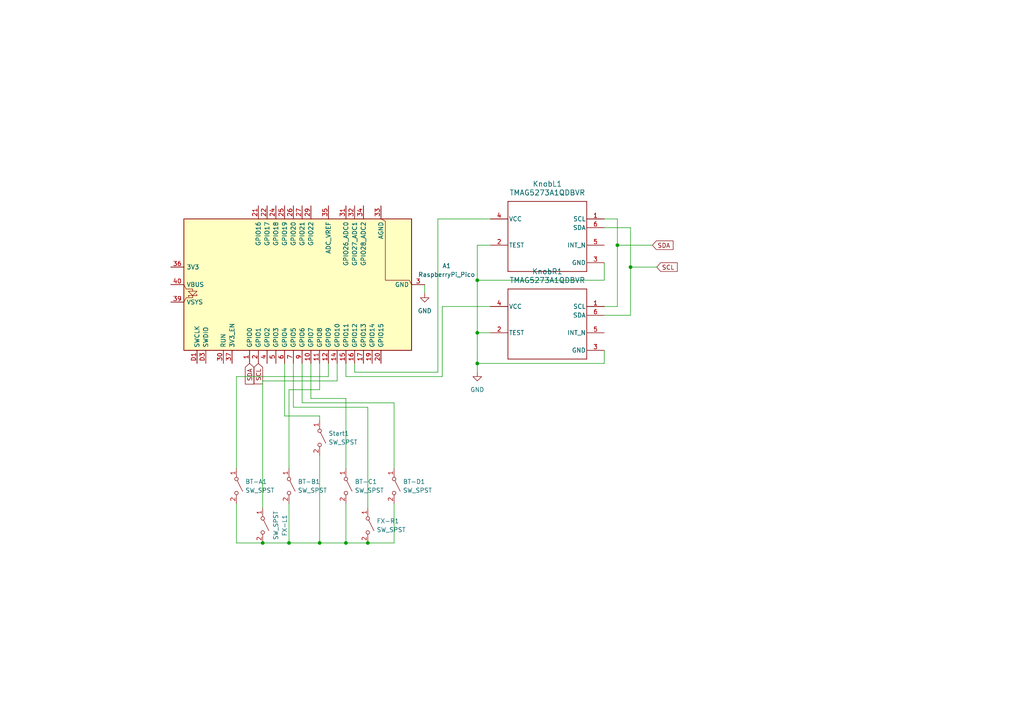
<source format=kicad_sch>
(kicad_sch (version 20250114) (generator "eeschema") (generator_version "9.0")
  (paper "A4")
  (lib_symbols
    (symbol "MCU_Module:RaspberryPi_Pico_Debug" (pin_names (offset 0.762))
      (property "Reference" "A" (at -19.05 35.56 0))
      (property "Value" "RaspberryPi_Pico" (at 7.62 35.56 0))
      (symbol "RaspberryPi_Pico_Debug_0_1"
        (rectangle (start -19.05 34.29) (end 19.05 -31.75) (stroke (width 0.254)) (fill (type background)))
        (polyline (pts (xy -5.08 34.29) (xy -3.81 33.655) (xy -3.81 31.75) (xy -3.175 31.75)))
        (polyline (pts (xy -3.429 32.766) (xy -3.429 33.02) (xy -3.175 33.02) (xy -3.175 30.48) (xy -2.921 30.48) (xy -2.921 30.734)))
        (polyline (pts (xy -3.175 31.75) (xy -1.905 33.02) (xy -1.905 30.48) (xy -3.175 31.75)))
        (polyline (pts (xy 0 34.29) (xy -1.27 33.655) (xy -1.27 31.75) (xy -1.905 31.75)))
        (polyline (pts (xy 0 -31.75) (xy 1.27 -31.115) (xy 1.27 -24.13) (xy 18.415 -24.13) (xy 19.05 -22.86)))
      )
      (symbol "RaspberryPi_Pico_Debug_1_1"
        (pin input line (at -22.86 30.48 0) (length 3.81) (name "SWCLK") (number "D1"))
        (pin bidirectional line (at -22.86 27.94 0) (length 3.81) (name "SWDIO") (number "D3"))
        (pin passive line (at -22.86 22.86 0) (length 3.81) (name "RUN") (number "30"))
        (pin passive line (at -22.86 20.32 0) (length 3.81) (name "3V3_EN") (number "37"))
        (pin bidirectional line (at -22.86 15.24 0) (length 3.81) (name "GPIO0") (number "1"))
        (pin bidirectional line (at -22.86 12.7 0) (length 3.81) (name "GPIO1") (number "2"))
        (pin bidirectional line (at -22.86 10.16 0) (length 3.81) (name "GPIO2") (number "4"))
        (pin bidirectional line (at -22.86 7.62 0) (length 3.81) (name "GPIO3") (number "5"))
        (pin bidirectional line (at -22.86 5.08 0) (length 3.81) (name "GPIO4") (number "6"))
        (pin bidirectional line (at -22.86 2.54 0) (length 3.81) (name "GPIO5") (number "7"))
        (pin bidirectional line (at -22.86 0 0) (length 3.81) (name "GPIO6") (number "9"))
        (pin bidirectional line (at -22.86 -2.54 0) (length 3.81) (name "GPIO7") (number "10"))
        (pin bidirectional line (at -22.86 -5.08 0) (length 3.81) (name "GPIO8") (number "11"))
        (pin bidirectional line (at -22.86 -7.62 0) (length 3.81) (name "GPIO9") (number "12"))
        (pin bidirectional line (at -22.86 -10.16 0) (length 3.81) (name "GPIO10") (number "14"))
        (pin bidirectional line (at -22.86 -12.7 0) (length 3.81) (name "GPIO11") (number "15"))
        (pin bidirectional line (at -22.86 -15.24 0) (length 3.81) (name "GPIO12") (number "16"))
        (pin bidirectional line (at -22.86 -17.78 0) (length 3.81) (name "GPIO13") (number "17"))
        (pin bidirectional line (at -22.86 -20.32 0) (length 3.81) (name "GPIO14") (number "19"))
        (pin bidirectional line (at -22.86 -22.86 0) (length 3.81) (name "GPIO15") (number "20"))
        (pin power_in line (at -5.08 38.1 270) (length 3.81) (name "VSYS") (number "39"))
        (pin power_out line (at 0 38.1 270) (length 3.81) (name "VBUS") (number "40"))
        (pin passive line (at 0 -35.56 90) (length 3.81) (hide yes) (name "GND") (number "13"))
        (pin passive line (at 0 -35.56 90) (length 3.81) (hide yes) (name "GND") (number "18"))
        (pin passive line (at 0 -35.56 90) (length 3.81) (hide yes) (name "GND") (number "23"))
        (pin passive line (at 0 -35.56 90) (length 3.81) (hide yes) (name "GND") (number "28"))
        (pin power_out line (at 0 -35.56 90) (length 3.81) (name "GND") (number "3"))
        (pin passive line (at 0 -35.56 90) (length 3.81) (hide yes) (name "GND") (number "38"))
        (pin passive line (at 0 -35.56 90) (length 3.81) (hide yes) (name "GND") (number "8"))
        (pin passive line (at 0 -35.56 90) (length 3.81) (hide yes) (name "GND") (number "D2"))
        (pin power_out line (at 5.08 38.1 270) (length 3.81) (name "3V3") (number "36"))
        (pin bidirectional line (at 22.86 12.7 180) (length 3.81) (name "GPIO16") (number "21"))
        (pin bidirectional line (at 22.86 10.16 180) (length 3.81) (name "GPIO17") (number "22"))
        (pin bidirectional line (at 22.86 7.62 180) (length 3.81) (name "GPIO18") (number "24"))
        (pin bidirectional line (at 22.86 5.08 180) (length 3.81) (name "GPIO19") (number "25"))
        (pin bidirectional line (at 22.86 2.54 180) (length 3.81) (name "GPIO20") (number "26"))
        (pin bidirectional line (at 22.86 0 180) (length 3.81) (name "GPIO21") (number "27"))
        (pin bidirectional line (at 22.86 -2.54 180) (length 3.81) (name "GPIO22") (number "29"))
        (pin power_in line (at 22.86 -7.62 180) (length 3.81) (name "ADC_VREF") (number "35"))
        (pin bidirectional line (at 22.86 -12.7 180) (length 3.81) (name "GPIO26_ADC0") (number "31"))
        (pin bidirectional line (at 22.86 -15.24 180) (length 3.81) (name "GPIO27_ADC1") (number "32"))
        (pin bidirectional line (at 22.86 -17.78 180) (length 3.81) (name "GPIO28_ADC2") (number "34"))
        (pin power_out line (at 22.86 -22.86 180) (length 3.81) (name "AGND") (number "33"))
      )
    )
    (symbol "Switch:SW_SPST" (pin_names (offset 0) (hide yes))
      (property "Reference" "SW" (at 0 3.175 0))
      (property "Value" "SW_SPST" (at 0 -2.54 0))
      (symbol "SW_SPST_0_0"
        (circle (center -2.032 0) (radius 0.508))
        (polyline (pts (xy -1.524 0.254) (xy 1.524 1.778)))
        (circle (center 2.032 0) (radius 0.508))
      )
      (symbol "SW_SPST_1_1"
        (pin passive line (at -5.08 0 0) (length 2.54) (name "A") (number "1"))
        (pin passive line (at 5.08 0 180) (length 2.54) (name "B") (number "2"))
      )
    )
    (symbol "TMAG5273A1QDBVR:TMAG5273A1QDBVR" (pin_names (offset 0.254))
      (property "Reference" "U" (at 0 2.54 0))
      (property "Value" "TMAG5273A1QDBVR" (at 0 0 0))
      (symbol "TMAG5273A1QDBVR_0_1"
        (polyline (pts (xy 5.08 5.08) (xy 5.08 -15.24)) (stroke (width 0.2032)))
        (polyline (pts (xy 5.08 -15.24) (xy 27.94 -15.24)) (stroke (width 0.2032)))
        (polyline (pts (xy 27.94 5.08) (xy 5.08 5.08)) (stroke (width 0.2032)))
        (polyline (pts (xy 27.94 -15.24) (xy 27.94 5.08)) (stroke (width 0.2032)))
        (pin power_in line (at 0 0 0) (length 5.08) (name "VCC") (number "4"))
        (pin input line (at 0 -7.62 0) (length 5.08) (name "TEST") (number "2"))
        (pin input line (at 33.02 0 180) (length 5.08) (name "SCL") (number "1"))
        (pin bidirectional line (at 33.02 -2.54 180) (length 5.08) (name "SDA") (number "6"))
        (pin output line (at 33.02 -7.62 180) (length 5.08) (name "INT_N") (number "5"))
        (pin power_in line (at 33.02 -12.7 180) (length 5.08) (name "GND") (number "3"))
      )
    )
    (symbol "power:GND" (power) (pin_numbers (hide yes)) (pin_names (offset 0) (hide yes))
      (property "Value" "GND" (at 0 -3.81 0))
      (symbol "GND_0_1"
        (polyline (pts (xy 0 0) (xy 0 -1.27) (xy 1.27 -1.27) (xy 0 -2.54) (xy -1.27 -1.27) (xy 0 -1.27)))
      )
      (symbol "GND_1_1"
        (pin power_in line (at 0 0 270) (length 0) (name "~") (number "1"))
      )
    )
  )
  (junction (at 182.88 77.47))
  (junction (at 76.2 157.48))
  (junction (at 179.07 71.12))
  (junction (at 106.68 157.48))
  (junction (at 138.43 81.28))
  (junction (at 138.43 96.52))
  (junction (at 138.43 105.41))
  (junction (at 100.33 157.48))
  (junction (at 83.82 157.48))
  (junction (at 92.71 157.48))
  (wire (pts (xy 87.63 116.84) (xy 87.63 105.41)))
  (wire (pts (xy 106.68 157.48) (xy 114.3 157.48)))
  (wire (pts (xy 128.27 88.9) (xy 128.27 109.22)))
  (wire (pts (xy 82.55 120.65) (xy 92.71 120.65)))
  (wire (pts (xy 179.07 71.12) (xy 189.23 71.12)))
  (wire (pts (xy 92.71 113.03) (xy 92.71 105.41)))
  (wire (pts (xy 90.17 115.57) (xy 90.17 105.41)))
  (wire (pts (xy 138.43 81.28) (xy 138.43 96.52)))
  (wire (pts (xy 179.07 71.12) (xy 179.07 63.5)))
  (wire (pts (xy 83.82 157.48) (xy 83.82 146.05)))
  (wire (pts (xy 95.25 109.22) (xy 95.25 105.41)))
  (wire (pts (xy 142.24 88.9) (xy 128.27 88.9)))
  (wire (pts (xy 175.26 101.6) (xy 175.26 105.41)))
  (wire (pts (xy 175.26 91.44) (xy 182.88 91.44)))
  (wire (pts (xy 138.43 96.52) (xy 138.43 105.41)))
  (wire (pts (xy 114.3 135.89) (xy 114.3 116.84)))
  (wire (pts (xy 68.58 157.48) (xy 76.2 157.48)))
  (wire (pts (xy 102.87 105.41) (xy 102.87 107.95)))
  (wire (pts (xy 175.26 105.41) (xy 138.43 105.41)))
  (wire (pts (xy 114.3 116.84) (xy 87.63 116.84)))
  (wire (pts (xy 68.58 109.22) (xy 95.25 109.22)))
  (wire (pts (xy 76.2 110.49) (xy 97.79 110.49)))
  (wire (pts (xy 127 107.95) (xy 127 63.5)))
  (wire (pts (xy 100.33 157.48) (xy 106.68 157.48)))
  (wire (pts (xy 68.58 135.89) (xy 68.58 109.22)))
  (wire (pts (xy 83.82 113.03) (xy 92.71 113.03)))
  (wire (pts (xy 182.88 77.47) (xy 182.88 66.04)))
  (wire (pts (xy 82.55 105.41) (xy 82.55 120.65)))
  (wire (pts (xy 85.09 118.11) (xy 85.09 105.41)))
  (wire (pts (xy 97.79 110.49) (xy 97.79 105.41)))
  (wire (pts (xy 138.43 96.52) (xy 142.24 96.52)))
  (wire (pts (xy 175.26 88.9) (xy 179.07 88.9)))
  (wire (pts (xy 92.71 120.65) (xy 92.71 121.92)))
  (wire (pts (xy 182.88 66.04) (xy 175.26 66.04)))
  (wire (pts (xy 92.71 132.08) (xy 92.71 157.48)))
  (wire (pts (xy 182.88 91.44) (xy 182.88 77.47)))
  (wire (pts (xy 68.58 146.05) (xy 68.58 157.48)))
  (wire (pts (xy 138.43 105.41) (xy 138.43 107.95)))
  (wire (pts (xy 114.3 157.48) (xy 114.3 146.05)))
  (wire (pts (xy 106.68 147.32) (xy 106.68 118.11)))
  (wire (pts (xy 175.26 81.28) (xy 138.43 81.28)))
  (wire (pts (xy 100.33 135.89) (xy 100.33 115.57)))
  (wire (pts (xy 92.71 157.48) (xy 83.82 157.48)))
  (wire (pts (xy 128.27 109.22) (xy 100.33 109.22)))
  (wire (pts (xy 179.07 63.5) (xy 175.26 63.5)))
  (wire (pts (xy 127 63.5) (xy 142.24 63.5)))
  (wire (pts (xy 179.07 88.9) (xy 179.07 71.12)))
  (wire (pts (xy 138.43 71.12) (xy 138.43 81.28)))
  (wire (pts (xy 100.33 109.22) (xy 100.33 105.41)))
  (wire (pts (xy 76.2 157.48) (xy 83.82 157.48)))
  (wire (pts (xy 123.19 82.55) (xy 123.19 85.09)))
  (wire (pts (xy 76.2 147.32) (xy 76.2 110.49)))
  (wire (pts (xy 106.68 118.11) (xy 85.09 118.11)))
  (wire (pts (xy 175.26 76.2) (xy 175.26 81.28)))
  (wire (pts (xy 100.33 146.05) (xy 100.33 157.48)))
  (wire (pts (xy 92.71 157.48) (xy 100.33 157.48)))
  (wire (pts (xy 182.88 77.47) (xy 190.5 77.47)))
  (wire (pts (xy 100.33 115.57) (xy 90.17 115.57)))
  (wire (pts (xy 102.87 107.95) (xy 127 107.95)))
  (wire (pts (xy 142.24 71.12) (xy 138.43 71.12)))
  (wire (pts (xy 83.82 135.89) (xy 83.82 113.03)))
  (global_label "SCL" (shape input) (at 74.93 105.41 270) (property "Intersheetrefs" "${INTERSHEET_REFS}" (effects (hide yes))))
  (global_label "SCL" (shape input) (at 190.5 77.47 0) (property "Intersheetrefs" "${INTERSHEET_REFS}" (effects (hide yes))))
  (global_label "SDA" (shape input) (at 72.39 105.41 270) (property "Intersheetrefs" "${INTERSHEET_REFS}" (effects (hide yes))))
  (global_label "SDA" (shape input) (at 189.23 71.12 0) (property "Intersheetrefs" "${INTERSHEET_REFS}" (effects (hide yes))))
  (symbol (lib_id "power:GND") (at 138.43 107.95 0) (unit 1)
    (property "Reference" "#PWR01" (effects (hide yes)))
    (property "Value" "GND" (at 138.43 113.03 0))
    (property "Description" "Power symbol creates a global label with name \"GND\" , ground" (effects (hide yes)))
  )
  (symbol (lib_id "TMAG5273A1QDBVR:TMAG5273A1QDBVR") (at 142.24 63.5 0) (unit 1)
    (property "Reference" "KnobL1" (at 158.75 53.34 0) (effects (font (size 1.524 1.524))))
    (property "Value" "TMAG5273A1QDBVR" (at 158.75 55.88 0) (effects (font (size 1.524 1.524))))
    (property "Footprint" "DBV0006A-IPC_A" (effects (hide yes)))
    (property "Datasheet" "https://www.ti.com/lit/gpn/tmag5273" (effects (hide yes)))
  )
  (symbol (lib_id "Switch:SW_SPST") (at 76.2 152.4 270) (unit 1)
    (property "Reference" "FX-L1" (at 82.55 152.4 0))
    (property "Value" "SW_SPST" (at 80.01 152.4 0))
    (property "Footprint" "Button_Switch_Keyboard:SW_Cherry_MX_1.00u_PCB" (effects (hide yes)))
    (property "Description" "Single Pole Single Throw (SPST) switch" (effects (hide yes)))
  )
  (symbol (lib_id "Switch:SW_SPST") (at 92.71 127 270) (unit 1)
    (property "Reference" "Start1" (at 95.25 125.7299 90) (effects (justify left)))
    (property "Value" "SW_SPST" (at 95.25 128.2699 90) (effects (justify left)))
    (property "Footprint" "Button_Switch_Keyboard:SW_Cherry_MX_1.00u_PCB" (effects (hide yes)))
    (property "Description" "Single Pole Single Throw (SPST) switch" (effects (hide yes)))
  )
  (symbol (lib_id "Switch:SW_SPST") (at 114.3 140.97 270) (unit 1)
    (property "Reference" "BT-D1" (at 116.84 139.6999 90) (effects (justify left)))
    (property "Value" "SW_SPST" (at 116.84 142.2399 90) (effects (justify left)))
    (property "Footprint" "Button_Switch_Keyboard:SW_Cherry_MX_1.00u_PCB" (effects (hide yes)))
    (property "Description" "Single Pole Single Throw (SPST) switch" (effects (hide yes)))
  )
  (symbol (lib_id "MCU_Module:RaspberryPi_Pico_Debug") (at 87.63 82.55 90) (unit 1)
    (property "Reference" "A1" (at 129.54 77.1046 90))
    (property "Value" "RaspberryPi_Pico" (at 129.54 79.6446 90))
    (property "Footprint" "Module:RaspberryPi_Pico_SMD_HandSolder" (effects (hide yes)))
    (property "Datasheet" "https://datasheets.raspberrypi.com/pico/pico-datasheet.pdf" (effects (hide yes)))
    (property "Description" "Versatile and inexpensive microcontroller module (with debug pins) powered by RP2040 dual-core Arm Cortex-M0+ processor up to 133 MHz, 264kB SRAM, 2MB QSPI flash; also supports Raspberry Pi Pico 2" (effects (hide yes)))
  )
  (symbol (lib_id "TMAG5273A1QDBVR:TMAG5273A1QDBVR") (at 142.24 88.9 0) (unit 1)
    (property "Reference" "KnobR1" (at 158.75 78.74 0) (effects (font (size 1.524 1.524))))
    (property "Value" "TMAG5273A1QDBVR" (at 158.75 81.28 0) (effects (font (size 1.524 1.524))))
    (property "Footprint" "DBV0006A-IPC_A" (effects (hide yes)))
    (property "Datasheet" "https://www.ti.com/lit/gpn/tmag5273" (effects (hide yes)))
  )
  (symbol (lib_id "power:GND") (at 123.19 85.09 0) (unit 1)
    (property "Reference" "#PWR02" (effects (hide yes)))
    (property "Value" "GND" (at 123.19 90.17 0))
    (property "Description" "Power symbol creates a global label with name \"GND\" , ground" (effects (hide yes)))
  )
  (symbol (lib_id "Switch:SW_SPST") (at 68.58 140.97 270) (unit 1)
    (property "Reference" "BT-A1" (at 71.12 139.6999 90) (effects (justify left)))
    (property "Value" "SW_SPST" (at 71.12 142.2399 90) (effects (justify left)))
    (property "Footprint" "Button_Switch_Keyboard:SW_Cherry_MX_1.00u_PCB" (effects (hide yes)))
    (property "Description" "Single Pole Single Throw (SPST) switch" (effects (hide yes)))
  )
  (symbol (lib_id "Switch:SW_SPST") (at 100.33 140.97 270) (unit 1)
    (property "Reference" "BT-C1" (at 102.87 139.6999 90) (effects (justify left)))
    (property "Value" "SW_SPST" (at 102.87 142.2399 90) (effects (justify left)))
    (property "Footprint" "Button_Switch_Keyboard:SW_Cherry_MX_1.00u_PCB" (effects (hide yes)))
    (property "Description" "Single Pole Single Throw (SPST) switch" (effects (hide yes)))
  )
  (symbol (lib_id "Switch:SW_SPST") (at 83.82 140.97 270) (unit 1)
    (property "Reference" "BT-B1" (at 86.36 139.6999 90) (effects (justify left)))
    (property "Value" "SW_SPST" (at 86.36 142.2399 90) (effects (justify left)))
    (property "Footprint" "Button_Switch_Keyboard:SW_Cherry_MX_1.00u_PCB" (effects (hide yes)))
    (property "Description" "Single Pole Single Throw (SPST) switch" (effects (hide yes)))
  )
  (symbol (lib_id "Switch:SW_SPST") (at 106.68 152.4 270) (unit 1)
    (property "Reference" "FX-R1" (at 109.22 151.1299 90) (effects (justify left)))
    (property "Value" "SW_SPST" (at 109.22 153.6699 90) (effects (justify left)))
    (property "Footprint" "Button_Switch_Keyboard:SW_Cherry_MX_1.00u_PCB" (effects (hide yes)))
    (property "Description" "Single Pole Single Throw (SPST) switch" (effects (hide yes)))
  )
)
</source>
